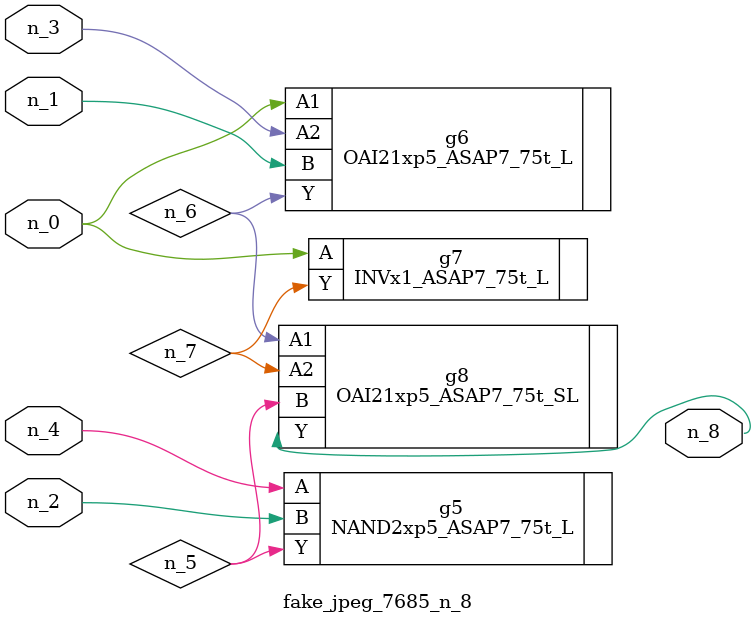
<source format=v>
module fake_jpeg_7685_n_8 (n_3, n_2, n_1, n_0, n_4, n_8);

input n_3;
input n_2;
input n_1;
input n_0;
input n_4;

output n_8;

wire n_6;
wire n_5;
wire n_7;

NAND2xp5_ASAP7_75t_L g5 ( 
.A(n_4),
.B(n_2),
.Y(n_5)
);

OAI21xp5_ASAP7_75t_L g6 ( 
.A1(n_0),
.A2(n_3),
.B(n_1),
.Y(n_6)
);

INVx1_ASAP7_75t_L g7 ( 
.A(n_0),
.Y(n_7)
);

OAI21xp5_ASAP7_75t_SL g8 ( 
.A1(n_6),
.A2(n_7),
.B(n_5),
.Y(n_8)
);


endmodule
</source>
